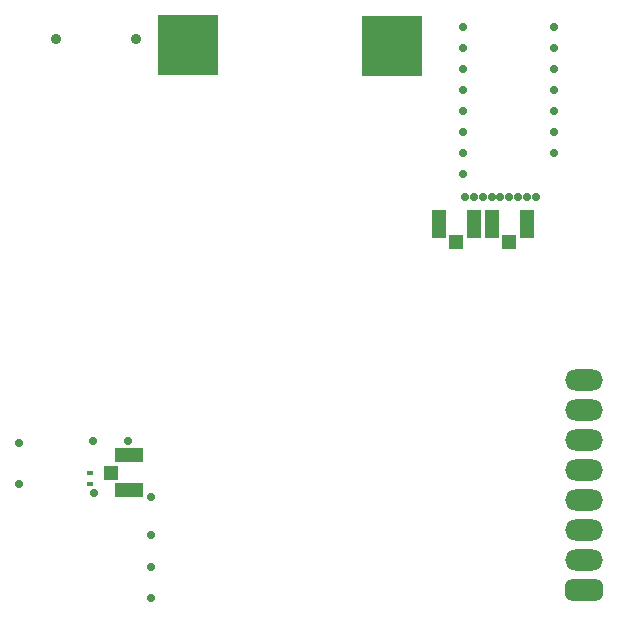
<source format=gbr>
G04*
G04 #@! TF.GenerationSoftware,Altium Limited,Altium Designer,25.5.2 (35)*
G04*
G04 Layer_Color=16711935*
%FSLAX25Y25*%
%MOIN*%
G70*
G04*
G04 #@! TF.SameCoordinates,0BB90384-501E-406B-A6C2-AE9EDDEAC3CB*
G04*
G04*
G04 #@! TF.FilePolarity,Negative*
G04*
G01*
G75*
%ADD22R,0.02254X0.01438*%
%ADD47R,0.09461X0.04934*%
%ADD48R,0.20485X0.20485*%
%ADD53R,0.20485X0.20485*%
%ADD56R,0.04934X0.04737*%
%ADD59C,0.03543*%
%ADD60C,0.02769*%
%ADD73O,0.12611X0.07099*%
G04:AMPARAMS|DCode=74|XSize=70.99mil|YSize=126.11mil|CornerRadius=19.75mil|HoleSize=0mil|Usage=FLASHONLY|Rotation=90.000|XOffset=0mil|YOffset=0mil|HoleType=Round|Shape=RoundedRectangle|*
%AMROUNDEDRECTD74*
21,1,0.07099,0.08661,0,0,90.0*
21,1,0.03150,0.12611,0,0,90.0*
1,1,0.03950,0.04331,0.01575*
1,1,0.03950,0.04331,-0.01575*
1,1,0.03950,-0.04331,-0.01575*
1,1,0.03950,-0.04331,0.01575*
%
%ADD74ROUNDEDRECTD74*%
%ADD75R,0.04934X0.09461*%
%ADD76R,0.04737X0.04934*%
D22*
X25492Y40437D02*
D03*
Y44012D02*
D03*
D47*
X38600Y38293D02*
D03*
Y49907D02*
D03*
D48*
X126169Y186183D02*
D03*
D53*
X58429Y186620D02*
D03*
D56*
X32596Y44100D02*
D03*
D59*
X14228Y188600D02*
D03*
X41000D02*
D03*
D60*
X180400Y185800D02*
D03*
X149813Y143800D02*
D03*
X180400Y150800D02*
D03*
X149813D02*
D03*
X180400Y157800D02*
D03*
X149813D02*
D03*
X180400Y164800D02*
D03*
X149813D02*
D03*
X180400Y171800D02*
D03*
X149813D02*
D03*
X180400Y178800D02*
D03*
X149813D02*
D03*
X180400Y192800D02*
D03*
X149813D02*
D03*
X149900Y185800D02*
D03*
X45800Y2400D02*
D03*
Y12800D02*
D03*
Y23200D02*
D03*
Y36100D02*
D03*
X38300Y54600D02*
D03*
X26800Y37400D02*
D03*
X26500Y54600D02*
D03*
X1900Y54100D02*
D03*
Y40300D02*
D03*
X150591Y135827D02*
D03*
X153543D02*
D03*
X156496D02*
D03*
X159449D02*
D03*
X162402D02*
D03*
X165354D02*
D03*
X168307D02*
D03*
X171260D02*
D03*
X174213D02*
D03*
D73*
X190300Y75100D02*
D03*
Y65100D02*
D03*
Y55100D02*
D03*
Y45100D02*
D03*
Y35100D02*
D03*
Y25100D02*
D03*
Y15100D02*
D03*
D74*
Y5100D02*
D03*
D75*
X153445Y126969D02*
D03*
X141831D02*
D03*
X171161D02*
D03*
X159547D02*
D03*
D76*
X165354Y120965D02*
D03*
X147638D02*
D03*
M02*

</source>
